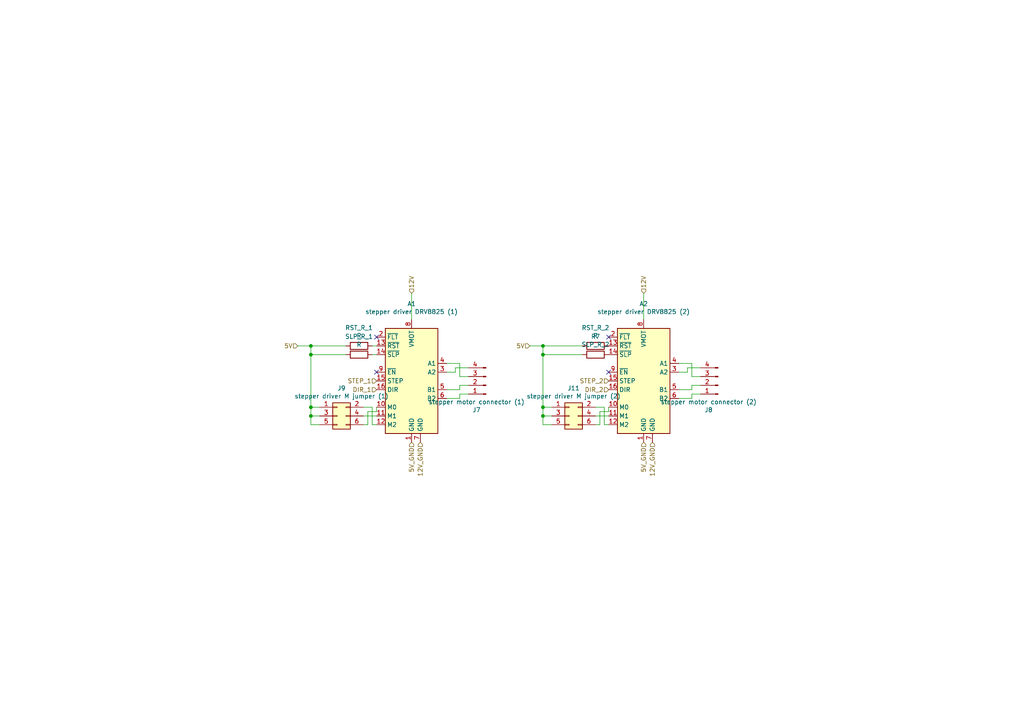
<source format=kicad_sch>
(kicad_sch (version 20211123) (generator eeschema)
  (paper "A4")
  (lib_symbols
    (symbol "Connector:Conn_01x04_Male" (pin_names (offset 1.016) hide)
      (property "Reference" "J" (at 0 5.08 0))
      (property "Value" "Conn_01x04_Male" (at 0 -7.62 0))
      (symbol "Conn_01x04_Male_1_1"
        (polyline (pts (xy 1.27 -5.08) (xy 0.8636 -5.08)) (stroke (width 0.1524)))
        (polyline (pts (xy 1.27 -2.54) (xy 0.8636 -2.54)) (stroke (width 0.1524)))
        (polyline (pts (xy 1.27 0) (xy 0.8636 0)) (stroke (width 0.1524)))
        (polyline (pts (xy 1.27 2.54) (xy 0.8636 2.54)) (stroke (width 0.1524)))
        (rectangle (start 0.8636 -4.953) (end 0 -5.207) (stroke (width 0.1524)) (fill (type outline)))
        (rectangle (start 0.8636 -2.413) (end 0 -2.667) (stroke (width 0.1524)) (fill (type outline)))
        (rectangle (start 0.8636 0.127) (end 0 -0.127) (stroke (width 0.1524)) (fill (type outline)))
        (rectangle (start 0.8636 2.667) (end 0 2.413) (stroke (width 0.1524)) (fill (type outline)))
        (pin passive line (at 5.08 2.54 180) (length 3.81) (name "Pin_1") (number "1"))
        (pin passive line (at 5.08 0 180) (length 3.81) (name "Pin_2") (number "2"))
        (pin passive line (at 5.08 -2.54 180) (length 3.81) (name "Pin_3") (number "3"))
        (pin passive line (at 5.08 -5.08 180) (length 3.81) (name "Pin_4") (number "4"))
      )
    )
    (symbol "Connector_Generic:Conn_02x03_Odd_Even" (pin_names (offset 1.016) hide)
      (property "Reference" "J" (at 1.27 5.08 0))
      (property "Value" "Conn_02x03_Odd_Even" (at 1.27 -5.08 0))
      (symbol "Conn_02x03_Odd_Even_1_1"
        (rectangle (start -1.27 -2.413) (end 0 -2.667) (stroke (width 0.1524)))
        (rectangle (start -1.27 0.127) (end 0 -0.127) (stroke (width 0.1524)))
        (rectangle (start -1.27 2.667) (end 0 2.413) (stroke (width 0.1524)))
        (rectangle (start -1.27 3.81) (end 3.81 -3.81) (stroke (width 0.254)) (fill (type background)))
        (rectangle (start 3.81 -2.413) (end 2.54 -2.667) (stroke (width 0.1524)))
        (rectangle (start 3.81 0.127) (end 2.54 -0.127) (stroke (width 0.1524)))
        (rectangle (start 3.81 2.667) (end 2.54 2.413) (stroke (width 0.1524)))
        (pin passive line (at -5.08 2.54 0) (length 3.81) (name "Pin_1") (number "1"))
        (pin passive line (at 7.62 2.54 180) (length 3.81) (name "Pin_2") (number "2"))
        (pin passive line (at -5.08 0 0) (length 3.81) (name "Pin_3") (number "3"))
        (pin passive line (at 7.62 0 180) (length 3.81) (name "Pin_4") (number "4"))
        (pin passive line (at -5.08 -2.54 0) (length 3.81) (name "Pin_5") (number "5"))
        (pin passive line (at 7.62 -2.54 180) (length 3.81) (name "Pin_6") (number "6"))
      )
    )
    (symbol "Device:R" (pin_numbers hide) (pin_names (offset 0))
      (property "Reference" "R" (at 2.032 0 90))
      (property "Value" "R" (at 0 0 90))
      (symbol "R_0_1"
        (rectangle (start -1.016 -2.54) (end 1.016 2.54) (stroke (width 0.254)))
      )
      (symbol "R_1_1"
        (pin passive line (at 0 3.81 270) (length 1.27) (name "~") (number "1"))
        (pin passive line (at 0 -3.81 90) (length 1.27) (name "~") (number "2"))
      )
    )
    (symbol "Driver_Motor:Pololu_Breakout_DRV8825"
      (property "Reference" "A" (at -2.54 16.51 0))
      (property "Value" "Pololu_Breakout_DRV8825" (at -2.54 13.97 0))
      (symbol "Pololu_Breakout_DRV8825_0_1"
        (rectangle (start 7.62 -17.78) (end -7.62 12.7) (stroke (width 0.254)) (fill (type background)))
      )
      (symbol "Pololu_Breakout_DRV8825_1_1"
        (pin power_in line (at 0 -20.32 90) (length 2.54) (name "GND") (number "1"))
        (pin input line (at -10.16 -10.16 0) (length 2.54) (name "M0") (number "10"))
        (pin input line (at -10.16 -12.7 0) (length 2.54) (name "M1") (number "11"))
        (pin input line (at -10.16 -15.24 0) (length 2.54) (name "M2") (number "12"))
        (pin input line (at -10.16 7.62 0) (length 2.54) (name "~{RST}") (number "13"))
        (pin input line (at -10.16 5.08 0) (length 2.54) (name "~{SLP}") (number "14"))
        (pin input line (at -10.16 -2.54 0) (length 2.54) (name "STEP") (number "15"))
        (pin input line (at -10.16 -5.08 0) (length 2.54) (name "DIR") (number "16"))
        (pin output line (at -10.16 10.16 0) (length 2.54) (name "~{FLT}") (number "2"))
        (pin output line (at 10.16 0 180) (length 2.54) (name "A2") (number "3"))
        (pin output line (at 10.16 2.54 180) (length 2.54) (name "A1") (number "4"))
        (pin output line (at 10.16 -5.08 180) (length 2.54) (name "B1") (number "5"))
        (pin output line (at 10.16 -7.62 180) (length 2.54) (name "B2") (number "6"))
        (pin power_in line (at 2.54 -20.32 90) (length 2.54) (name "GND") (number "7"))
        (pin power_in line (at 0 15.24 270) (length 2.54) (name "VMOT") (number "8"))
        (pin input line (at -10.16 0 0) (length 2.54) (name "~{EN}") (number "9"))
      )
    )
  )
  (junction (at 90.17 100.33))
  (junction (at 157.48 102.87))
  (junction (at 90.17 102.87))
  (junction (at 157.48 100.33))
  (junction (at 157.48 118.11))
  (junction (at 90.17 118.11))
  (junction (at 157.48 120.65))
  (junction (at 90.17 120.65))
  (no_connect (at 109.22 97.79))
  (no_connect (at 176.53 107.95))
  (no_connect (at 176.53 97.79))
  (no_connect (at 109.22 107.95))
  (wire (pts (xy 133.35 114.3) (xy 135.89 114.3)))
  (wire (pts (xy 119.38 92.71) (xy 119.38 85.09)))
  (wire (pts (xy 200.66 114.3) (xy 203.2 114.3)))
  (wire (pts (xy 157.48 120.65) (xy 157.48 123.19)))
  (wire (pts (xy 90.17 102.87) (xy 90.17 118.11)))
  (wire (pts (xy 92.71 118.11) (xy 90.17 118.11)))
  (wire (pts (xy 106.68 119.38) (xy 106.68 123.19)))
  (wire (pts (xy 129.54 113.03) (xy 133.35 113.03)))
  (wire (pts (xy 200.66 115.57) (xy 200.66 114.3)))
  (wire (pts (xy 196.85 107.95) (xy 199.39 107.95)))
  (wire (pts (xy 199.39 106.68) (xy 203.2 106.68)))
  (wire (pts (xy 157.48 123.19) (xy 160.02 123.19)))
  (wire (pts (xy 173.99 123.19) (xy 172.72 123.19)))
  (wire (pts (xy 105.41 118.11) (xy 107.95 118.11)))
  (wire (pts (xy 129.54 115.57) (xy 133.35 115.57)))
  (wire (pts (xy 129.54 105.41) (xy 133.35 105.41)))
  (wire (pts (xy 157.48 118.11) (xy 157.48 102.87)))
  (wire (pts (xy 90.17 118.11) (xy 90.17 120.65)))
  (wire (pts (xy 86.36 100.33) (xy 90.17 100.33)))
  (wire (pts (xy 133.35 105.41) (xy 133.35 109.22)))
  (wire (pts (xy 109.22 118.11) (xy 109.22 119.38)))
  (wire (pts (xy 133.35 115.57) (xy 133.35 114.3)))
  (wire (pts (xy 157.48 118.11) (xy 157.48 120.65)))
  (wire (pts (xy 90.17 100.33) (xy 90.17 102.87)))
  (wire (pts (xy 132.08 107.95) (xy 132.08 106.68)))
  (wire (pts (xy 107.95 102.87) (xy 109.22 102.87)))
  (wire (pts (xy 176.53 118.11) (xy 176.53 119.38)))
  (wire (pts (xy 175.26 118.11) (xy 175.26 123.19)))
  (wire (pts (xy 133.35 111.76) (xy 135.89 111.76)))
  (wire (pts (xy 199.39 107.95) (xy 199.39 106.68)))
  (wire (pts (xy 157.48 102.87) (xy 157.48 100.33)))
  (wire (pts (xy 153.67 100.33) (xy 157.48 100.33)))
  (wire (pts (xy 109.22 119.38) (xy 106.68 119.38)))
  (wire (pts (xy 129.54 107.95) (xy 132.08 107.95)))
  (wire (pts (xy 160.02 118.11) (xy 157.48 118.11)))
  (wire (pts (xy 133.35 113.03) (xy 133.35 111.76)))
  (wire (pts (xy 176.53 119.38) (xy 173.99 119.38)))
  (wire (pts (xy 90.17 120.65) (xy 92.71 120.65)))
  (wire (pts (xy 107.95 118.11) (xy 107.95 123.19)))
  (wire (pts (xy 196.85 105.41) (xy 200.66 105.41)))
  (wire (pts (xy 200.66 105.41) (xy 200.66 109.22)))
  (wire (pts (xy 133.35 109.22) (xy 135.89 109.22)))
  (wire (pts (xy 90.17 120.65) (xy 90.17 123.19)))
  (wire (pts (xy 196.85 113.03) (xy 200.66 113.03)))
  (wire (pts (xy 107.95 123.19) (xy 109.22 123.19)))
  (wire (pts (xy 200.66 111.76) (xy 203.2 111.76)))
  (wire (pts (xy 196.85 115.57) (xy 200.66 115.57)))
  (wire (pts (xy 172.72 118.11) (xy 175.26 118.11)))
  (wire (pts (xy 90.17 102.87) (xy 100.33 102.87)))
  (wire (pts (xy 200.66 113.03) (xy 200.66 111.76)))
  (wire (pts (xy 90.17 100.33) (xy 100.33 100.33)))
  (wire (pts (xy 175.26 123.19) (xy 176.53 123.19)))
  (wire (pts (xy 157.48 102.87) (xy 168.91 102.87)))
  (wire (pts (xy 157.48 100.33) (xy 168.91 100.33)))
  (wire (pts (xy 105.41 120.65) (xy 109.22 120.65)))
  (wire (pts (xy 157.48 120.65) (xy 160.02 120.65)))
  (wire (pts (xy 186.69 85.09) (xy 186.69 92.71)))
  (wire (pts (xy 107.95 100.33) (xy 109.22 100.33)))
  (wire (pts (xy 200.66 109.22) (xy 203.2 109.22)))
  (wire (pts (xy 132.08 106.68) (xy 135.89 106.68)))
  (wire (pts (xy 90.17 123.19) (xy 92.71 123.19)))
  (wire (pts (xy 173.99 119.38) (xy 173.99 123.19)))
  (wire (pts (xy 172.72 120.65) (xy 176.53 120.65)))
  (wire (pts (xy 106.68 123.19) (xy 105.41 123.19)))
  (hierarchical_label "DIR_1" (shape input) (at 109.22 113.03 180))
  (hierarchical_label "STEP_2" (shape input) (at 176.53 110.49 180))
  (hierarchical_label "12V" (shape input) (at 119.38 85.09 90))
  (hierarchical_label "12V" (shape input) (at 186.69 85.09 90))
  (hierarchical_label "12V_GND" (shape input) (at 189.23 128.27 270))
  (hierarchical_label "12V_GND" (shape input) (at 121.92 128.27 270))
  (hierarchical_label "5V" (shape input) (at 86.36 100.33 180))
  (hierarchical_label "5V" (shape input) (at 153.67 100.33 180))
  (hierarchical_label "DIR_2" (shape input) (at 176.53 113.03 180))
  (hierarchical_label "STEP_1" (shape input) (at 109.22 110.49 180))
  (hierarchical_label "5V_GND" (shape input) (at 119.38 128.27 270))
  (hierarchical_label "5V_GND" (shape input) (at 186.69 128.27 270))
  (symbol (lib_id "Connector_Generic:Conn_02x03_Odd_Even") (at 165.1 120.65 0) (unit 1)
    (property "Reference" "J11" (at 166.37 112.5982 0))
    (property "Value" "stepper driver M jumper (2)" (at 166.37 114.9096 0))
    (property "Footprint" "Connector_PinSocket_2.54mm:PinSocket_2x03_P2.54mm_Vertical" (effects hide))
  )
  (symbol (lib_id "Connector_Generic:Conn_02x03_Odd_Even") (at 97.79 120.65 0) (unit 1)
    (property "Reference" "J9" (at 99.06 112.5982 0))
    (property "Value" "stepper driver M jumper (1)" (at 99.06 114.9096 0))
    (property "Footprint" "Connector_PinSocket_2.54mm:PinSocket_2x03_P2.54mm_Vertical" (effects hide))
  )
  (symbol (lib_id "Connector:Conn_01x04_Male") (at 208.28 111.76 180) (unit 1)
    (property "Reference" "J8" (at 205.5368 118.8974 0))
    (property "Value" "stepper motor connector (2)" (at 205.5368 116.586 0))
    (property "Footprint" "Connector_PinHeader_2.54mm:PinHeader_1x04_P2.54mm_Vertical" (effects hide))
  )
  (symbol (lib_id "Connector:Conn_01x04_Male") (at 140.97 111.76 180) (unit 1)
    (property "Reference" "J7" (at 138.2268 118.8974 0))
    (property "Value" "stepper motor connector (1)" (at 138.2268 116.586 0))
    (property "Footprint" "Connector_PinHeader_2.54mm:PinHeader_1x04_P2.54mm_Vertical" (effects hide))
  )
  (symbol (lib_id "Driver_Motor:Pololu_Breakout_DRV8825") (at 119.38 107.95 0) (unit 1)
    (property "Reference" "A1" (at 119.38 88.1126 0))
    (property "Value" "stepper driver DRV8825 (1)" (at 119.38 90.424 0))
    (property "Footprint" "Module:Pololu_Breakout-16_15.2x20.3mm" (effects hide))
    (property "Datasheet" "https://www.pololu.com/product/2982" (effects hide))
  )
  (symbol (lib_id "Driver_Motor:Pololu_Breakout_DRV8825") (at 186.69 107.95 0) (unit 1)
    (property "Reference" "A2" (at 186.69 88.1126 0))
    (property "Value" "stepper driver DRV8825 (2)" (at 186.69 90.424 0))
    (property "Footprint" "Module:Pololu_Breakout-16_15.2x20.3mm" (effects hide))
    (property "Datasheet" "https://www.pololu.com/product/2982" (effects hide))
  )
  (symbol (lib_id "Device:R") (at 172.72 100.33 270) (unit 1)
    (property "Reference" "RST_R_2" (at 172.72 95.0722 90))
    (property "Value" "R" (at 172.72 97.3836 90))
    (property "Footprint" "Resistor_SMD:R_1206_3216Metric" (effects hide))
  )
  (symbol (lib_id "Device:R") (at 172.72 102.87 270) (unit 1)
    (property "Reference" "R7" (at 172.72 97.6122 90))
    (property "Value" "SLP_R_2" (at 172.72 99.9236 90))
    (property "Footprint" "Resistor_SMD:R_1206_3216Metric" (effects hide))
  )
  (symbol (lib_id "Device:R") (at 104.14 102.87 270) (unit 1)
    (property "Reference" "SLP_R_1" (at 104.14 97.6122 90))
    (property "Value" "R" (at 104.14 99.9236 90))
    (property "Footprint" "Resistor_SMD:R_1206_3216Metric" (effects hide))
  )
  (symbol (lib_id "Device:R") (at 104.14 100.33 270) (unit 1)
    (property "Reference" "RST_R_1" (at 104.14 95.0722 90))
    (property "Value" "R" (at 104.14 97.3836 90))
    (property "Footprint" "Resistor_SMD:R_1206_3216Metric" (effects hide))
  )
)
</source>
